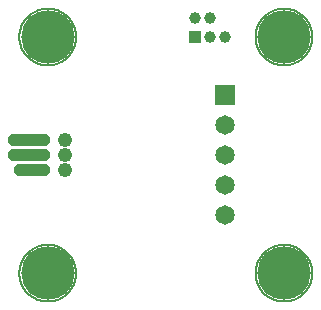
<source format=gbs>
G04 EAGLE Gerber X2 export*
%TF.Part,Single*%
%TF.FileFunction,Soldermask,Bot,1*%
%TF.FilePolarity,Negative*%
%TF.GenerationSoftware,Autodesk,EAGLE,9.6.2*%
%TF.CreationDate,2022-05-19T00:38:24Z*%
G75*
%MOMM*%
%FSLAX34Y34*%
%LPD*%
%INSoldermask Bottom*%
%AMOC8*
5,1,8,0,0,1.08239X$1,22.5*%
G01*
%ADD10C,0.990600*%
%ADD11R,0.990600X0.990600*%
%ADD12C,1.227000*%
%ADD13C,0.842138*%
%ADD14C,0.685800*%
%ADD15C,4.527000*%
%ADD16C,0.200000*%
%ADD17R,1.651000X1.651000*%
%ADD18C,1.651000*%


D10*
X177638Y240626D03*
X177638Y224878D03*
X164938Y240626D03*
D11*
X164938Y224878D03*
D10*
X190338Y224878D03*
D12*
X54500Y112300D03*
D13*
X10325Y136775D02*
X10325Y138625D01*
X37675Y138625D01*
X37675Y136775D01*
X10325Y136775D01*
X10325Y125925D02*
X10325Y124075D01*
X10325Y125925D02*
X37675Y125925D01*
X37675Y124075D01*
X10325Y124075D01*
X15325Y113225D02*
X15325Y111375D01*
X15325Y113225D02*
X37675Y113225D01*
X37675Y111375D01*
X15325Y111375D01*
D12*
X54500Y125000D03*
X54500Y137700D03*
D14*
X23500Y125000D03*
D15*
X40000Y225000D03*
D16*
X16000Y225000D02*
X16007Y225589D01*
X16029Y226178D01*
X16065Y226766D01*
X16116Y227352D01*
X16180Y227938D01*
X16260Y228522D01*
X16353Y229103D01*
X16461Y229682D01*
X16583Y230258D01*
X16719Y230832D01*
X16869Y231401D01*
X17033Y231967D01*
X17211Y232528D01*
X17403Y233085D01*
X17608Y233637D01*
X17827Y234184D01*
X18059Y234726D01*
X18304Y235261D01*
X18563Y235791D01*
X18834Y236314D01*
X19118Y236830D01*
X19415Y237338D01*
X19724Y237840D01*
X20045Y238334D01*
X20378Y238819D01*
X20723Y239297D01*
X21080Y239766D01*
X21448Y240225D01*
X21827Y240676D01*
X22217Y241117D01*
X22618Y241549D01*
X23029Y241971D01*
X23451Y242382D01*
X23883Y242783D01*
X24324Y243173D01*
X24775Y243552D01*
X25234Y243920D01*
X25703Y244277D01*
X26181Y244622D01*
X26666Y244955D01*
X27160Y245276D01*
X27662Y245585D01*
X28170Y245882D01*
X28686Y246166D01*
X29209Y246437D01*
X29739Y246696D01*
X30274Y246941D01*
X30816Y247173D01*
X31363Y247392D01*
X31915Y247597D01*
X32472Y247789D01*
X33033Y247967D01*
X33599Y248131D01*
X34168Y248281D01*
X34742Y248417D01*
X35318Y248539D01*
X35897Y248647D01*
X36478Y248740D01*
X37062Y248820D01*
X37648Y248884D01*
X38234Y248935D01*
X38822Y248971D01*
X39411Y248993D01*
X40000Y249000D01*
X40589Y248993D01*
X41178Y248971D01*
X41766Y248935D01*
X42352Y248884D01*
X42938Y248820D01*
X43522Y248740D01*
X44103Y248647D01*
X44682Y248539D01*
X45258Y248417D01*
X45832Y248281D01*
X46401Y248131D01*
X46967Y247967D01*
X47528Y247789D01*
X48085Y247597D01*
X48637Y247392D01*
X49184Y247173D01*
X49726Y246941D01*
X50261Y246696D01*
X50791Y246437D01*
X51314Y246166D01*
X51830Y245882D01*
X52338Y245585D01*
X52840Y245276D01*
X53334Y244955D01*
X53819Y244622D01*
X54297Y244277D01*
X54766Y243920D01*
X55225Y243552D01*
X55676Y243173D01*
X56117Y242783D01*
X56549Y242382D01*
X56971Y241971D01*
X57382Y241549D01*
X57783Y241117D01*
X58173Y240676D01*
X58552Y240225D01*
X58920Y239766D01*
X59277Y239297D01*
X59622Y238819D01*
X59955Y238334D01*
X60276Y237840D01*
X60585Y237338D01*
X60882Y236830D01*
X61166Y236314D01*
X61437Y235791D01*
X61696Y235261D01*
X61941Y234726D01*
X62173Y234184D01*
X62392Y233637D01*
X62597Y233085D01*
X62789Y232528D01*
X62967Y231967D01*
X63131Y231401D01*
X63281Y230832D01*
X63417Y230258D01*
X63539Y229682D01*
X63647Y229103D01*
X63740Y228522D01*
X63820Y227938D01*
X63884Y227352D01*
X63935Y226766D01*
X63971Y226178D01*
X63993Y225589D01*
X64000Y225000D01*
X63993Y224411D01*
X63971Y223822D01*
X63935Y223234D01*
X63884Y222648D01*
X63820Y222062D01*
X63740Y221478D01*
X63647Y220897D01*
X63539Y220318D01*
X63417Y219742D01*
X63281Y219168D01*
X63131Y218599D01*
X62967Y218033D01*
X62789Y217472D01*
X62597Y216915D01*
X62392Y216363D01*
X62173Y215816D01*
X61941Y215274D01*
X61696Y214739D01*
X61437Y214209D01*
X61166Y213686D01*
X60882Y213170D01*
X60585Y212662D01*
X60276Y212160D01*
X59955Y211666D01*
X59622Y211181D01*
X59277Y210703D01*
X58920Y210234D01*
X58552Y209775D01*
X58173Y209324D01*
X57783Y208883D01*
X57382Y208451D01*
X56971Y208029D01*
X56549Y207618D01*
X56117Y207217D01*
X55676Y206827D01*
X55225Y206448D01*
X54766Y206080D01*
X54297Y205723D01*
X53819Y205378D01*
X53334Y205045D01*
X52840Y204724D01*
X52338Y204415D01*
X51830Y204118D01*
X51314Y203834D01*
X50791Y203563D01*
X50261Y203304D01*
X49726Y203059D01*
X49184Y202827D01*
X48637Y202608D01*
X48085Y202403D01*
X47528Y202211D01*
X46967Y202033D01*
X46401Y201869D01*
X45832Y201719D01*
X45258Y201583D01*
X44682Y201461D01*
X44103Y201353D01*
X43522Y201260D01*
X42938Y201180D01*
X42352Y201116D01*
X41766Y201065D01*
X41178Y201029D01*
X40589Y201007D01*
X40000Y201000D01*
X39411Y201007D01*
X38822Y201029D01*
X38234Y201065D01*
X37648Y201116D01*
X37062Y201180D01*
X36478Y201260D01*
X35897Y201353D01*
X35318Y201461D01*
X34742Y201583D01*
X34168Y201719D01*
X33599Y201869D01*
X33033Y202033D01*
X32472Y202211D01*
X31915Y202403D01*
X31363Y202608D01*
X30816Y202827D01*
X30274Y203059D01*
X29739Y203304D01*
X29209Y203563D01*
X28686Y203834D01*
X28170Y204118D01*
X27662Y204415D01*
X27160Y204724D01*
X26666Y205045D01*
X26181Y205378D01*
X25703Y205723D01*
X25234Y206080D01*
X24775Y206448D01*
X24324Y206827D01*
X23883Y207217D01*
X23451Y207618D01*
X23029Y208029D01*
X22618Y208451D01*
X22217Y208883D01*
X21827Y209324D01*
X21448Y209775D01*
X21080Y210234D01*
X20723Y210703D01*
X20378Y211181D01*
X20045Y211666D01*
X19724Y212160D01*
X19415Y212662D01*
X19118Y213170D01*
X18834Y213686D01*
X18563Y214209D01*
X18304Y214739D01*
X18059Y215274D01*
X17827Y215816D01*
X17608Y216363D01*
X17403Y216915D01*
X17211Y217472D01*
X17033Y218033D01*
X16869Y218599D01*
X16719Y219168D01*
X16583Y219742D01*
X16461Y220318D01*
X16353Y220897D01*
X16260Y221478D01*
X16180Y222062D01*
X16116Y222648D01*
X16065Y223234D01*
X16029Y223822D01*
X16007Y224411D01*
X16000Y225000D01*
D15*
X40000Y25000D03*
D16*
X16000Y25000D02*
X16007Y25589D01*
X16029Y26178D01*
X16065Y26766D01*
X16116Y27352D01*
X16180Y27938D01*
X16260Y28522D01*
X16353Y29103D01*
X16461Y29682D01*
X16583Y30258D01*
X16719Y30832D01*
X16869Y31401D01*
X17033Y31967D01*
X17211Y32528D01*
X17403Y33085D01*
X17608Y33637D01*
X17827Y34184D01*
X18059Y34726D01*
X18304Y35261D01*
X18563Y35791D01*
X18834Y36314D01*
X19118Y36830D01*
X19415Y37338D01*
X19724Y37840D01*
X20045Y38334D01*
X20378Y38819D01*
X20723Y39297D01*
X21080Y39766D01*
X21448Y40225D01*
X21827Y40676D01*
X22217Y41117D01*
X22618Y41549D01*
X23029Y41971D01*
X23451Y42382D01*
X23883Y42783D01*
X24324Y43173D01*
X24775Y43552D01*
X25234Y43920D01*
X25703Y44277D01*
X26181Y44622D01*
X26666Y44955D01*
X27160Y45276D01*
X27662Y45585D01*
X28170Y45882D01*
X28686Y46166D01*
X29209Y46437D01*
X29739Y46696D01*
X30274Y46941D01*
X30816Y47173D01*
X31363Y47392D01*
X31915Y47597D01*
X32472Y47789D01*
X33033Y47967D01*
X33599Y48131D01*
X34168Y48281D01*
X34742Y48417D01*
X35318Y48539D01*
X35897Y48647D01*
X36478Y48740D01*
X37062Y48820D01*
X37648Y48884D01*
X38234Y48935D01*
X38822Y48971D01*
X39411Y48993D01*
X40000Y49000D01*
X40589Y48993D01*
X41178Y48971D01*
X41766Y48935D01*
X42352Y48884D01*
X42938Y48820D01*
X43522Y48740D01*
X44103Y48647D01*
X44682Y48539D01*
X45258Y48417D01*
X45832Y48281D01*
X46401Y48131D01*
X46967Y47967D01*
X47528Y47789D01*
X48085Y47597D01*
X48637Y47392D01*
X49184Y47173D01*
X49726Y46941D01*
X50261Y46696D01*
X50791Y46437D01*
X51314Y46166D01*
X51830Y45882D01*
X52338Y45585D01*
X52840Y45276D01*
X53334Y44955D01*
X53819Y44622D01*
X54297Y44277D01*
X54766Y43920D01*
X55225Y43552D01*
X55676Y43173D01*
X56117Y42783D01*
X56549Y42382D01*
X56971Y41971D01*
X57382Y41549D01*
X57783Y41117D01*
X58173Y40676D01*
X58552Y40225D01*
X58920Y39766D01*
X59277Y39297D01*
X59622Y38819D01*
X59955Y38334D01*
X60276Y37840D01*
X60585Y37338D01*
X60882Y36830D01*
X61166Y36314D01*
X61437Y35791D01*
X61696Y35261D01*
X61941Y34726D01*
X62173Y34184D01*
X62392Y33637D01*
X62597Y33085D01*
X62789Y32528D01*
X62967Y31967D01*
X63131Y31401D01*
X63281Y30832D01*
X63417Y30258D01*
X63539Y29682D01*
X63647Y29103D01*
X63740Y28522D01*
X63820Y27938D01*
X63884Y27352D01*
X63935Y26766D01*
X63971Y26178D01*
X63993Y25589D01*
X64000Y25000D01*
X63993Y24411D01*
X63971Y23822D01*
X63935Y23234D01*
X63884Y22648D01*
X63820Y22062D01*
X63740Y21478D01*
X63647Y20897D01*
X63539Y20318D01*
X63417Y19742D01*
X63281Y19168D01*
X63131Y18599D01*
X62967Y18033D01*
X62789Y17472D01*
X62597Y16915D01*
X62392Y16363D01*
X62173Y15816D01*
X61941Y15274D01*
X61696Y14739D01*
X61437Y14209D01*
X61166Y13686D01*
X60882Y13170D01*
X60585Y12662D01*
X60276Y12160D01*
X59955Y11666D01*
X59622Y11181D01*
X59277Y10703D01*
X58920Y10234D01*
X58552Y9775D01*
X58173Y9324D01*
X57783Y8883D01*
X57382Y8451D01*
X56971Y8029D01*
X56549Y7618D01*
X56117Y7217D01*
X55676Y6827D01*
X55225Y6448D01*
X54766Y6080D01*
X54297Y5723D01*
X53819Y5378D01*
X53334Y5045D01*
X52840Y4724D01*
X52338Y4415D01*
X51830Y4118D01*
X51314Y3834D01*
X50791Y3563D01*
X50261Y3304D01*
X49726Y3059D01*
X49184Y2827D01*
X48637Y2608D01*
X48085Y2403D01*
X47528Y2211D01*
X46967Y2033D01*
X46401Y1869D01*
X45832Y1719D01*
X45258Y1583D01*
X44682Y1461D01*
X44103Y1353D01*
X43522Y1260D01*
X42938Y1180D01*
X42352Y1116D01*
X41766Y1065D01*
X41178Y1029D01*
X40589Y1007D01*
X40000Y1000D01*
X39411Y1007D01*
X38822Y1029D01*
X38234Y1065D01*
X37648Y1116D01*
X37062Y1180D01*
X36478Y1260D01*
X35897Y1353D01*
X35318Y1461D01*
X34742Y1583D01*
X34168Y1719D01*
X33599Y1869D01*
X33033Y2033D01*
X32472Y2211D01*
X31915Y2403D01*
X31363Y2608D01*
X30816Y2827D01*
X30274Y3059D01*
X29739Y3304D01*
X29209Y3563D01*
X28686Y3834D01*
X28170Y4118D01*
X27662Y4415D01*
X27160Y4724D01*
X26666Y5045D01*
X26181Y5378D01*
X25703Y5723D01*
X25234Y6080D01*
X24775Y6448D01*
X24324Y6827D01*
X23883Y7217D01*
X23451Y7618D01*
X23029Y8029D01*
X22618Y8451D01*
X22217Y8883D01*
X21827Y9324D01*
X21448Y9775D01*
X21080Y10234D01*
X20723Y10703D01*
X20378Y11181D01*
X20045Y11666D01*
X19724Y12160D01*
X19415Y12662D01*
X19118Y13170D01*
X18834Y13686D01*
X18563Y14209D01*
X18304Y14739D01*
X18059Y15274D01*
X17827Y15816D01*
X17608Y16363D01*
X17403Y16915D01*
X17211Y17472D01*
X17033Y18033D01*
X16869Y18599D01*
X16719Y19168D01*
X16583Y19742D01*
X16461Y20318D01*
X16353Y20897D01*
X16260Y21478D01*
X16180Y22062D01*
X16116Y22648D01*
X16065Y23234D01*
X16029Y23822D01*
X16007Y24411D01*
X16000Y25000D01*
D15*
X240000Y25000D03*
D16*
X216000Y25000D02*
X216007Y25589D01*
X216029Y26178D01*
X216065Y26766D01*
X216116Y27352D01*
X216180Y27938D01*
X216260Y28522D01*
X216353Y29103D01*
X216461Y29682D01*
X216583Y30258D01*
X216719Y30832D01*
X216869Y31401D01*
X217033Y31967D01*
X217211Y32528D01*
X217403Y33085D01*
X217608Y33637D01*
X217827Y34184D01*
X218059Y34726D01*
X218304Y35261D01*
X218563Y35791D01*
X218834Y36314D01*
X219118Y36830D01*
X219415Y37338D01*
X219724Y37840D01*
X220045Y38334D01*
X220378Y38819D01*
X220723Y39297D01*
X221080Y39766D01*
X221448Y40225D01*
X221827Y40676D01*
X222217Y41117D01*
X222618Y41549D01*
X223029Y41971D01*
X223451Y42382D01*
X223883Y42783D01*
X224324Y43173D01*
X224775Y43552D01*
X225234Y43920D01*
X225703Y44277D01*
X226181Y44622D01*
X226666Y44955D01*
X227160Y45276D01*
X227662Y45585D01*
X228170Y45882D01*
X228686Y46166D01*
X229209Y46437D01*
X229739Y46696D01*
X230274Y46941D01*
X230816Y47173D01*
X231363Y47392D01*
X231915Y47597D01*
X232472Y47789D01*
X233033Y47967D01*
X233599Y48131D01*
X234168Y48281D01*
X234742Y48417D01*
X235318Y48539D01*
X235897Y48647D01*
X236478Y48740D01*
X237062Y48820D01*
X237648Y48884D01*
X238234Y48935D01*
X238822Y48971D01*
X239411Y48993D01*
X240000Y49000D01*
X240589Y48993D01*
X241178Y48971D01*
X241766Y48935D01*
X242352Y48884D01*
X242938Y48820D01*
X243522Y48740D01*
X244103Y48647D01*
X244682Y48539D01*
X245258Y48417D01*
X245832Y48281D01*
X246401Y48131D01*
X246967Y47967D01*
X247528Y47789D01*
X248085Y47597D01*
X248637Y47392D01*
X249184Y47173D01*
X249726Y46941D01*
X250261Y46696D01*
X250791Y46437D01*
X251314Y46166D01*
X251830Y45882D01*
X252338Y45585D01*
X252840Y45276D01*
X253334Y44955D01*
X253819Y44622D01*
X254297Y44277D01*
X254766Y43920D01*
X255225Y43552D01*
X255676Y43173D01*
X256117Y42783D01*
X256549Y42382D01*
X256971Y41971D01*
X257382Y41549D01*
X257783Y41117D01*
X258173Y40676D01*
X258552Y40225D01*
X258920Y39766D01*
X259277Y39297D01*
X259622Y38819D01*
X259955Y38334D01*
X260276Y37840D01*
X260585Y37338D01*
X260882Y36830D01*
X261166Y36314D01*
X261437Y35791D01*
X261696Y35261D01*
X261941Y34726D01*
X262173Y34184D01*
X262392Y33637D01*
X262597Y33085D01*
X262789Y32528D01*
X262967Y31967D01*
X263131Y31401D01*
X263281Y30832D01*
X263417Y30258D01*
X263539Y29682D01*
X263647Y29103D01*
X263740Y28522D01*
X263820Y27938D01*
X263884Y27352D01*
X263935Y26766D01*
X263971Y26178D01*
X263993Y25589D01*
X264000Y25000D01*
X263993Y24411D01*
X263971Y23822D01*
X263935Y23234D01*
X263884Y22648D01*
X263820Y22062D01*
X263740Y21478D01*
X263647Y20897D01*
X263539Y20318D01*
X263417Y19742D01*
X263281Y19168D01*
X263131Y18599D01*
X262967Y18033D01*
X262789Y17472D01*
X262597Y16915D01*
X262392Y16363D01*
X262173Y15816D01*
X261941Y15274D01*
X261696Y14739D01*
X261437Y14209D01*
X261166Y13686D01*
X260882Y13170D01*
X260585Y12662D01*
X260276Y12160D01*
X259955Y11666D01*
X259622Y11181D01*
X259277Y10703D01*
X258920Y10234D01*
X258552Y9775D01*
X258173Y9324D01*
X257783Y8883D01*
X257382Y8451D01*
X256971Y8029D01*
X256549Y7618D01*
X256117Y7217D01*
X255676Y6827D01*
X255225Y6448D01*
X254766Y6080D01*
X254297Y5723D01*
X253819Y5378D01*
X253334Y5045D01*
X252840Y4724D01*
X252338Y4415D01*
X251830Y4118D01*
X251314Y3834D01*
X250791Y3563D01*
X250261Y3304D01*
X249726Y3059D01*
X249184Y2827D01*
X248637Y2608D01*
X248085Y2403D01*
X247528Y2211D01*
X246967Y2033D01*
X246401Y1869D01*
X245832Y1719D01*
X245258Y1583D01*
X244682Y1461D01*
X244103Y1353D01*
X243522Y1260D01*
X242938Y1180D01*
X242352Y1116D01*
X241766Y1065D01*
X241178Y1029D01*
X240589Y1007D01*
X240000Y1000D01*
X239411Y1007D01*
X238822Y1029D01*
X238234Y1065D01*
X237648Y1116D01*
X237062Y1180D01*
X236478Y1260D01*
X235897Y1353D01*
X235318Y1461D01*
X234742Y1583D01*
X234168Y1719D01*
X233599Y1869D01*
X233033Y2033D01*
X232472Y2211D01*
X231915Y2403D01*
X231363Y2608D01*
X230816Y2827D01*
X230274Y3059D01*
X229739Y3304D01*
X229209Y3563D01*
X228686Y3834D01*
X228170Y4118D01*
X227662Y4415D01*
X227160Y4724D01*
X226666Y5045D01*
X226181Y5378D01*
X225703Y5723D01*
X225234Y6080D01*
X224775Y6448D01*
X224324Y6827D01*
X223883Y7217D01*
X223451Y7618D01*
X223029Y8029D01*
X222618Y8451D01*
X222217Y8883D01*
X221827Y9324D01*
X221448Y9775D01*
X221080Y10234D01*
X220723Y10703D01*
X220378Y11181D01*
X220045Y11666D01*
X219724Y12160D01*
X219415Y12662D01*
X219118Y13170D01*
X218834Y13686D01*
X218563Y14209D01*
X218304Y14739D01*
X218059Y15274D01*
X217827Y15816D01*
X217608Y16363D01*
X217403Y16915D01*
X217211Y17472D01*
X217033Y18033D01*
X216869Y18599D01*
X216719Y19168D01*
X216583Y19742D01*
X216461Y20318D01*
X216353Y20897D01*
X216260Y21478D01*
X216180Y22062D01*
X216116Y22648D01*
X216065Y23234D01*
X216029Y23822D01*
X216007Y24411D01*
X216000Y25000D01*
D15*
X240000Y225000D03*
D16*
X216000Y225000D02*
X216007Y225589D01*
X216029Y226178D01*
X216065Y226766D01*
X216116Y227352D01*
X216180Y227938D01*
X216260Y228522D01*
X216353Y229103D01*
X216461Y229682D01*
X216583Y230258D01*
X216719Y230832D01*
X216869Y231401D01*
X217033Y231967D01*
X217211Y232528D01*
X217403Y233085D01*
X217608Y233637D01*
X217827Y234184D01*
X218059Y234726D01*
X218304Y235261D01*
X218563Y235791D01*
X218834Y236314D01*
X219118Y236830D01*
X219415Y237338D01*
X219724Y237840D01*
X220045Y238334D01*
X220378Y238819D01*
X220723Y239297D01*
X221080Y239766D01*
X221448Y240225D01*
X221827Y240676D01*
X222217Y241117D01*
X222618Y241549D01*
X223029Y241971D01*
X223451Y242382D01*
X223883Y242783D01*
X224324Y243173D01*
X224775Y243552D01*
X225234Y243920D01*
X225703Y244277D01*
X226181Y244622D01*
X226666Y244955D01*
X227160Y245276D01*
X227662Y245585D01*
X228170Y245882D01*
X228686Y246166D01*
X229209Y246437D01*
X229739Y246696D01*
X230274Y246941D01*
X230816Y247173D01*
X231363Y247392D01*
X231915Y247597D01*
X232472Y247789D01*
X233033Y247967D01*
X233599Y248131D01*
X234168Y248281D01*
X234742Y248417D01*
X235318Y248539D01*
X235897Y248647D01*
X236478Y248740D01*
X237062Y248820D01*
X237648Y248884D01*
X238234Y248935D01*
X238822Y248971D01*
X239411Y248993D01*
X240000Y249000D01*
X240589Y248993D01*
X241178Y248971D01*
X241766Y248935D01*
X242352Y248884D01*
X242938Y248820D01*
X243522Y248740D01*
X244103Y248647D01*
X244682Y248539D01*
X245258Y248417D01*
X245832Y248281D01*
X246401Y248131D01*
X246967Y247967D01*
X247528Y247789D01*
X248085Y247597D01*
X248637Y247392D01*
X249184Y247173D01*
X249726Y246941D01*
X250261Y246696D01*
X250791Y246437D01*
X251314Y246166D01*
X251830Y245882D01*
X252338Y245585D01*
X252840Y245276D01*
X253334Y244955D01*
X253819Y244622D01*
X254297Y244277D01*
X254766Y243920D01*
X255225Y243552D01*
X255676Y243173D01*
X256117Y242783D01*
X256549Y242382D01*
X256971Y241971D01*
X257382Y241549D01*
X257783Y241117D01*
X258173Y240676D01*
X258552Y240225D01*
X258920Y239766D01*
X259277Y239297D01*
X259622Y238819D01*
X259955Y238334D01*
X260276Y237840D01*
X260585Y237338D01*
X260882Y236830D01*
X261166Y236314D01*
X261437Y235791D01*
X261696Y235261D01*
X261941Y234726D01*
X262173Y234184D01*
X262392Y233637D01*
X262597Y233085D01*
X262789Y232528D01*
X262967Y231967D01*
X263131Y231401D01*
X263281Y230832D01*
X263417Y230258D01*
X263539Y229682D01*
X263647Y229103D01*
X263740Y228522D01*
X263820Y227938D01*
X263884Y227352D01*
X263935Y226766D01*
X263971Y226178D01*
X263993Y225589D01*
X264000Y225000D01*
X263993Y224411D01*
X263971Y223822D01*
X263935Y223234D01*
X263884Y222648D01*
X263820Y222062D01*
X263740Y221478D01*
X263647Y220897D01*
X263539Y220318D01*
X263417Y219742D01*
X263281Y219168D01*
X263131Y218599D01*
X262967Y218033D01*
X262789Y217472D01*
X262597Y216915D01*
X262392Y216363D01*
X262173Y215816D01*
X261941Y215274D01*
X261696Y214739D01*
X261437Y214209D01*
X261166Y213686D01*
X260882Y213170D01*
X260585Y212662D01*
X260276Y212160D01*
X259955Y211666D01*
X259622Y211181D01*
X259277Y210703D01*
X258920Y210234D01*
X258552Y209775D01*
X258173Y209324D01*
X257783Y208883D01*
X257382Y208451D01*
X256971Y208029D01*
X256549Y207618D01*
X256117Y207217D01*
X255676Y206827D01*
X255225Y206448D01*
X254766Y206080D01*
X254297Y205723D01*
X253819Y205378D01*
X253334Y205045D01*
X252840Y204724D01*
X252338Y204415D01*
X251830Y204118D01*
X251314Y203834D01*
X250791Y203563D01*
X250261Y203304D01*
X249726Y203059D01*
X249184Y202827D01*
X248637Y202608D01*
X248085Y202403D01*
X247528Y202211D01*
X246967Y202033D01*
X246401Y201869D01*
X245832Y201719D01*
X245258Y201583D01*
X244682Y201461D01*
X244103Y201353D01*
X243522Y201260D01*
X242938Y201180D01*
X242352Y201116D01*
X241766Y201065D01*
X241178Y201029D01*
X240589Y201007D01*
X240000Y201000D01*
X239411Y201007D01*
X238822Y201029D01*
X238234Y201065D01*
X237648Y201116D01*
X237062Y201180D01*
X236478Y201260D01*
X235897Y201353D01*
X235318Y201461D01*
X234742Y201583D01*
X234168Y201719D01*
X233599Y201869D01*
X233033Y202033D01*
X232472Y202211D01*
X231915Y202403D01*
X231363Y202608D01*
X230816Y202827D01*
X230274Y203059D01*
X229739Y203304D01*
X229209Y203563D01*
X228686Y203834D01*
X228170Y204118D01*
X227662Y204415D01*
X227160Y204724D01*
X226666Y205045D01*
X226181Y205378D01*
X225703Y205723D01*
X225234Y206080D01*
X224775Y206448D01*
X224324Y206827D01*
X223883Y207217D01*
X223451Y207618D01*
X223029Y208029D01*
X222618Y208451D01*
X222217Y208883D01*
X221827Y209324D01*
X221448Y209775D01*
X221080Y210234D01*
X220723Y210703D01*
X220378Y211181D01*
X220045Y211666D01*
X219724Y212160D01*
X219415Y212662D01*
X219118Y213170D01*
X218834Y213686D01*
X218563Y214209D01*
X218304Y214739D01*
X218059Y215274D01*
X217827Y215816D01*
X217608Y216363D01*
X217403Y216915D01*
X217211Y217472D01*
X217033Y218033D01*
X216869Y218599D01*
X216719Y219168D01*
X216583Y219742D01*
X216461Y220318D01*
X216353Y220897D01*
X216260Y221478D01*
X216180Y222062D01*
X216116Y222648D01*
X216065Y223234D01*
X216029Y223822D01*
X216007Y224411D01*
X216000Y225000D01*
D17*
X189812Y175762D03*
D18*
X189812Y150362D03*
X189812Y124962D03*
X189812Y99562D03*
X189812Y74162D03*
M02*

</source>
